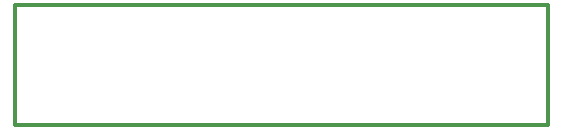
<source format=gko>
G04 Layer_Color=16711935*
%FSTAX24Y24*%
%MOIN*%
G70*
G01*
G75*
%ADD68C,0.0118*%
D68*
X033483Y02995D02*
X0341D01*
X0351D01*
X0309D02*
X033483D01*
X029581D02*
X030119D01*
X03775D02*
Y03395D01*
X02D02*
X03775D01*
X02Y02995D02*
Y03395D01*
Y02995D02*
X024875D01*
X028012D02*
X029581D01*
X030119D02*
X0309D01*
X024875D02*
X025534D01*
X027453D02*
X028012D01*
X025534D02*
X026614D01*
X027453D01*
X03585D02*
X03775D01*
X0351D02*
X03585D01*
M02*

</source>
